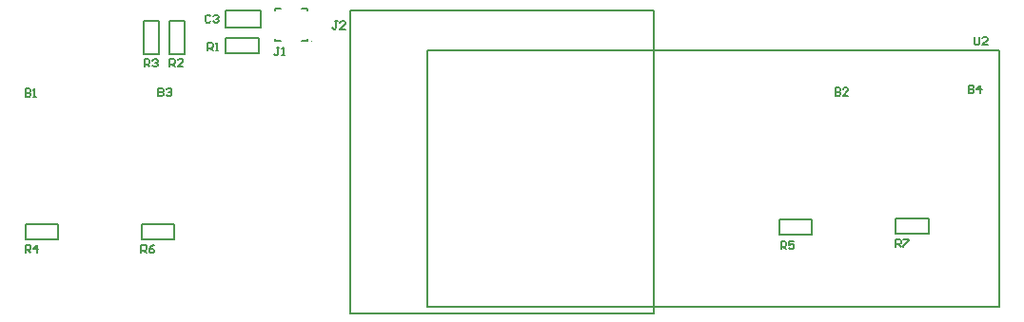
<source format=gto>
G04*
G04 #@! TF.GenerationSoftware,Altium Limited,Altium Designer,18.1.9 (240)*
G04*
G04 Layer_Color=65535*
%FSAX25Y25*%
%MOIN*%
G70*
G01*
G75*
%ADD10C,0.00394*%
%ADD11C,0.00787*%
%ADD12C,0.00591*%
D10*
X0397244Y0439567D02*
G03*
X0397244Y0439567I-0000197J0000000D01*
G01*
D11*
X0410669Y0344094D02*
Y0450236D01*
Y0344094D02*
X0516811D01*
Y0450236D01*
X0410669D02*
X0516811D01*
X0637756Y0346220D02*
Y0436181D01*
X0437598Y0346220D02*
X0637756D01*
X0437598D02*
Y0436181D01*
X0637756D01*
X0337402Y0370118D02*
X0348819D01*
Y0375433D01*
X0337402D02*
X0348819D01*
X0337402Y0370118D02*
Y0375433D01*
X0601653Y0371890D02*
X0613071D01*
Y0377205D01*
X0601653D02*
X0613071D01*
X0601653Y0371890D02*
Y0377205D01*
X0384055Y0450984D02*
X0386142D01*
X0393386D02*
X0395472D01*
X0384055Y0439567D02*
X0386142D01*
X0393386D02*
X0395472D01*
X0384055Y0450295D02*
Y0450984D01*
Y0439567D02*
Y0440256D01*
X0395472Y0450295D02*
Y0450984D01*
Y0439567D02*
Y0440256D01*
X0367008Y0444370D02*
Y0450315D01*
Y0444370D02*
X0379055D01*
Y0450315D01*
X0367008D02*
X0379055D01*
X0352520Y0435118D02*
Y0446535D01*
X0347205D02*
X0352520D01*
X0347205Y0435118D02*
Y0446535D01*
Y0435118D02*
X0352520D01*
X0343465D02*
Y0446535D01*
X0338150D02*
X0343465D01*
X0338150Y0435118D02*
Y0446535D01*
Y0435118D02*
X0343465D01*
X0296811Y0375472D02*
X0308228D01*
X0296811Y0370158D02*
Y0375472D01*
Y0370158D02*
X0308228D01*
Y0375472D01*
X0560945Y0376929D02*
X0572362D01*
X0560945Y0371614D02*
Y0376929D01*
Y0371614D02*
X0572362D01*
Y0376929D01*
X0367008Y0435276D02*
X0378425D01*
Y0440590D01*
X0367008D02*
X0378425D01*
X0367008Y0435276D02*
Y0440590D01*
D12*
X0296772Y0422873D02*
Y0420118D01*
X0298149D01*
X0298608Y0420577D01*
Y0421036D01*
X0298149Y0421496D01*
X0296772D01*
X0298149D01*
X0298608Y0421955D01*
Y0422414D01*
X0298149Y0422873D01*
X0296772D01*
X0299527Y0420118D02*
X0300445D01*
X0299986D01*
Y0422873D01*
X0299527Y0422414D01*
X0580394Y0423188D02*
Y0420433D01*
X0581771D01*
X0582230Y0420892D01*
Y0421351D01*
X0581771Y0421811D01*
X0580394D01*
X0581771D01*
X0582230Y0422270D01*
Y0422729D01*
X0581771Y0423188D01*
X0580394D01*
X0584985Y0420433D02*
X0583149D01*
X0584985Y0422270D01*
Y0422729D01*
X0584526Y0423188D01*
X0583608D01*
X0583149Y0422729D01*
X0343307Y0423031D02*
Y0420276D01*
X0344685D01*
X0345144Y0420735D01*
Y0421194D01*
X0344685Y0421653D01*
X0343307D01*
X0344685D01*
X0345144Y0422112D01*
Y0422571D01*
X0344685Y0423031D01*
X0343307D01*
X0346062Y0422571D02*
X0346521Y0423031D01*
X0347440D01*
X0347899Y0422571D01*
Y0422112D01*
X0347440Y0421653D01*
X0346981D01*
X0347440D01*
X0347899Y0421194D01*
Y0420735D01*
X0347440Y0420276D01*
X0346521D01*
X0346062Y0420735D01*
X0627165Y0424133D02*
Y0421378D01*
X0628543D01*
X0629002Y0421837D01*
Y0422296D01*
X0628543Y0422755D01*
X0627165D01*
X0628543D01*
X0629002Y0423215D01*
Y0423674D01*
X0628543Y0424133D01*
X0627165D01*
X0631298Y0421378D02*
Y0424133D01*
X0629920Y0422755D01*
X0631757D01*
X0361679Y0448359D02*
X0361220Y0448818D01*
X0360302D01*
X0359842Y0448359D01*
Y0446522D01*
X0360302Y0446063D01*
X0361220D01*
X0361679Y0446522D01*
X0362597Y0448359D02*
X0363057Y0448818D01*
X0363975D01*
X0364434Y0448359D01*
Y0447900D01*
X0363975Y0447440D01*
X0363516D01*
X0363975D01*
X0364434Y0446981D01*
Y0446522D01*
X0363975Y0446063D01*
X0363057D01*
X0362597Y0446522D01*
X0385695Y0437401D02*
X0384777D01*
X0385236D01*
Y0435105D01*
X0384777Y0434646D01*
X0384317D01*
X0383858Y0435105D01*
X0386613Y0434646D02*
X0387532D01*
X0387072D01*
Y0437401D01*
X0386613Y0436941D01*
X0406089Y0446574D02*
X0405170D01*
X0405629D01*
Y0444278D01*
X0405170Y0443819D01*
X0404711D01*
X0404252Y0444278D01*
X0408844Y0443819D02*
X0407007D01*
X0408844Y0445656D01*
Y0446115D01*
X0408385Y0446574D01*
X0407466D01*
X0407007Y0446115D01*
X0360630Y0436221D02*
Y0438975D01*
X0362007D01*
X0362467Y0438516D01*
Y0437598D01*
X0362007Y0437139D01*
X0360630D01*
X0361548D02*
X0362467Y0436221D01*
X0363385D02*
X0364303D01*
X0363844D01*
Y0438975D01*
X0363385Y0438516D01*
X0347284Y0430551D02*
Y0433306D01*
X0348661D01*
X0349120Y0432847D01*
Y0431929D01*
X0348661Y0431469D01*
X0347284D01*
X0348202D02*
X0349120Y0430551D01*
X0351875D02*
X0350039D01*
X0351875Y0432388D01*
Y0432847D01*
X0351416Y0433306D01*
X0350498D01*
X0350039Y0432847D01*
X0338504Y0430512D02*
Y0433267D01*
X0339881D01*
X0340341Y0432808D01*
Y0431889D01*
X0339881Y0431430D01*
X0338504D01*
X0339422D02*
X0340341Y0430512D01*
X0341259Y0432808D02*
X0341718Y0433267D01*
X0342636D01*
X0343096Y0432808D01*
Y0432348D01*
X0342636Y0431889D01*
X0342177D01*
X0342636D01*
X0343096Y0431430D01*
Y0430971D01*
X0342636Y0430512D01*
X0341718D01*
X0341259Y0430971D01*
X0296772Y0365394D02*
Y0368149D01*
X0298149D01*
X0298608Y0367690D01*
Y0366771D01*
X0298149Y0366312D01*
X0296772D01*
X0297690D02*
X0298608Y0365394D01*
X0300904D02*
Y0368149D01*
X0299527Y0366771D01*
X0301363D01*
X0561417Y0366535D02*
Y0369290D01*
X0562795D01*
X0563254Y0368831D01*
Y0367913D01*
X0562795Y0367454D01*
X0561417D01*
X0562336D02*
X0563254Y0366535D01*
X0566009Y0369290D02*
X0564172D01*
Y0367913D01*
X0565091Y0368372D01*
X0565550D01*
X0566009Y0367913D01*
Y0366995D01*
X0565550Y0366535D01*
X0564632D01*
X0564172Y0366995D01*
X0337362Y0365236D02*
Y0367991D01*
X0338740D01*
X0339199Y0367532D01*
Y0366614D01*
X0338740Y0366155D01*
X0337362D01*
X0338281D02*
X0339199Y0365236D01*
X0341954Y0367991D02*
X0341036Y0367532D01*
X0340117Y0366614D01*
Y0365695D01*
X0340576Y0365236D01*
X0341495D01*
X0341954Y0365695D01*
Y0366155D01*
X0341495Y0366614D01*
X0340117D01*
X0601575Y0367284D02*
Y0370039D01*
X0602952D01*
X0603411Y0369579D01*
Y0368661D01*
X0602952Y0368202D01*
X0601575D01*
X0602493D02*
X0603411Y0367284D01*
X0604330Y0370039D02*
X0606167D01*
Y0369579D01*
X0604330Y0367743D01*
Y0367284D01*
X0629173Y0441023D02*
Y0438727D01*
X0629632Y0438268D01*
X0630551D01*
X0631010Y0438727D01*
Y0441023D01*
X0633765Y0438268D02*
X0631928D01*
X0633765Y0440104D01*
Y0440564D01*
X0633306Y0441023D01*
X0632387D01*
X0631928Y0440564D01*
M02*

</source>
